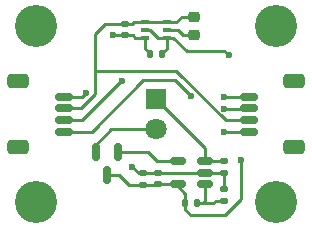
<source format=gtl>
%TF.GenerationSoftware,KiCad,Pcbnew,7.0.10-7.0.10~ubuntu22.04.1*%
%TF.CreationDate,2024-10-01T11:42:26-07:00*%
%TF.ProjectId,radial_16mA,72616469-616c-45f3-9136-6d412e6b6963,rev?*%
%TF.SameCoordinates,Original*%
%TF.FileFunction,Copper,L1,Top*%
%TF.FilePolarity,Positive*%
%FSLAX46Y46*%
G04 Gerber Fmt 4.6, Leading zero omitted, Abs format (unit mm)*
G04 Created by KiCad (PCBNEW 7.0.10-7.0.10~ubuntu22.04.1) date 2024-10-01 11:42:26*
%MOMM*%
%LPD*%
G01*
G04 APERTURE LIST*
G04 Aperture macros list*
%AMRoundRect*
0 Rectangle with rounded corners*
0 $1 Rounding radius*
0 $2 $3 $4 $5 $6 $7 $8 $9 X,Y pos of 4 corners*
0 Add a 4 corners polygon primitive as box body*
4,1,4,$2,$3,$4,$5,$6,$7,$8,$9,$2,$3,0*
0 Add four circle primitives for the rounded corners*
1,1,$1+$1,$2,$3*
1,1,$1+$1,$4,$5*
1,1,$1+$1,$6,$7*
1,1,$1+$1,$8,$9*
0 Add four rect primitives between the rounded corners*
20,1,$1+$1,$2,$3,$4,$5,0*
20,1,$1+$1,$4,$5,$6,$7,0*
20,1,$1+$1,$6,$7,$8,$9,0*
20,1,$1+$1,$8,$9,$2,$3,0*%
G04 Aperture macros list end*
%TA.AperFunction,ComponentPad*%
%ADD10C,3.570000*%
%TD*%
%TA.AperFunction,ComponentPad*%
%ADD11R,1.800000X1.800000*%
%TD*%
%TA.AperFunction,ComponentPad*%
%ADD12C,1.800000*%
%TD*%
%TA.AperFunction,SMDPad,CuDef*%
%ADD13RoundRect,0.150000X-0.625000X0.150000X-0.625000X-0.150000X0.625000X-0.150000X0.625000X0.150000X0*%
%TD*%
%TA.AperFunction,SMDPad,CuDef*%
%ADD14RoundRect,0.250000X-0.650000X0.350000X-0.650000X-0.350000X0.650000X-0.350000X0.650000X0.350000X0*%
%TD*%
%TA.AperFunction,SMDPad,CuDef*%
%ADD15RoundRect,0.150000X0.625000X-0.150000X0.625000X0.150000X-0.625000X0.150000X-0.625000X-0.150000X0*%
%TD*%
%TA.AperFunction,SMDPad,CuDef*%
%ADD16RoundRect,0.250000X0.650000X-0.350000X0.650000X0.350000X-0.650000X0.350000X-0.650000X-0.350000X0*%
%TD*%
%TA.AperFunction,SMDPad,CuDef*%
%ADD17RoundRect,0.135000X-0.185000X0.135000X-0.185000X-0.135000X0.185000X-0.135000X0.185000X0.135000X0*%
%TD*%
%TA.AperFunction,SMDPad,CuDef*%
%ADD18RoundRect,0.150000X0.512500X0.150000X-0.512500X0.150000X-0.512500X-0.150000X0.512500X-0.150000X0*%
%TD*%
%TA.AperFunction,SMDPad,CuDef*%
%ADD19RoundRect,0.140000X0.170000X-0.140000X0.170000X0.140000X-0.170000X0.140000X-0.170000X-0.140000X0*%
%TD*%
%TA.AperFunction,SMDPad,CuDef*%
%ADD20RoundRect,0.135000X0.185000X-0.135000X0.185000X0.135000X-0.185000X0.135000X-0.185000X-0.135000X0*%
%TD*%
%TA.AperFunction,SMDPad,CuDef*%
%ADD21RoundRect,0.218750X-0.256250X0.218750X-0.256250X-0.218750X0.256250X-0.218750X0.256250X0.218750X0*%
%TD*%
%TA.AperFunction,SMDPad,CuDef*%
%ADD22RoundRect,0.135000X-0.135000X-0.185000X0.135000X-0.185000X0.135000X0.185000X-0.135000X0.185000X0*%
%TD*%
%TA.AperFunction,SMDPad,CuDef*%
%ADD23R,0.650000X0.400000*%
%TD*%
%TA.AperFunction,SMDPad,CuDef*%
%ADD24RoundRect,0.150000X-0.150000X0.587500X-0.150000X-0.587500X0.150000X-0.587500X0.150000X0.587500X0*%
%TD*%
%TA.AperFunction,SMDPad,CuDef*%
%ADD25RoundRect,0.140000X-0.140000X-0.170000X0.140000X-0.170000X0.140000X0.170000X-0.140000X0.170000X0*%
%TD*%
%TA.AperFunction,ViaPad*%
%ADD26C,0.600000*%
%TD*%
%TA.AperFunction,Conductor*%
%ADD27C,0.250000*%
%TD*%
G04 APERTURE END LIST*
D10*
%TO.P,M1,~*%
%TO.N,N/C*%
X52540000Y-52540000D03*
%TD*%
%TO.P,M2,~*%
%TO.N,N/C*%
X72860000Y-52540000D03*
%TD*%
%TO.P,M3,~*%
%TO.N,N/C*%
X72860000Y-67460000D03*
%TD*%
%TO.P,M4,~*%
%TO.N,N/C*%
X52540000Y-67460000D03*
%TD*%
D11*
%TO.P,D1,1,K*%
%TO.N,Net-(D1-K)*%
X62700000Y-58730000D03*
D12*
%TO.P,D1,2,A*%
%TO.N,Net-(D1-A)*%
X62700000Y-61270000D03*
%TD*%
D13*
%TO.P,J1,1,Pin_1*%
%TO.N,GND*%
X54880000Y-58500000D03*
%TO.P,J1,2,Pin_2*%
%TO.N,/VIN*%
X54880000Y-59500000D03*
%TO.P,J1,3,Pin_3*%
%TO.N,/SDA*%
X54880000Y-60500000D03*
%TO.P,J1,4,Pin_4*%
%TO.N,/SCL*%
X54880000Y-61500000D03*
D14*
%TO.P,J1,MP*%
%TO.N,N/C*%
X51005000Y-57200000D03*
X51005000Y-62800000D03*
%TD*%
D15*
%TO.P,J2,1,Pin_1*%
%TO.N,GND*%
X70520000Y-61500000D03*
%TO.P,J2,2,Pin_2*%
%TO.N,/VIN*%
X70520000Y-60500000D03*
%TO.P,J2,3,Pin_3*%
%TO.N,/SDA*%
X70520000Y-59500000D03*
%TO.P,J2,4,Pin_4*%
%TO.N,/SCL*%
X70520000Y-58500000D03*
D16*
%TO.P,J2,MP*%
%TO.N,N/C*%
X74395000Y-62800000D03*
X74395000Y-57200000D03*
%TD*%
D17*
%TO.P,R1,1*%
%TO.N,Net-(D1-K)*%
X68427600Y-63982600D03*
%TO.P,R1,2*%
%TO.N,GND*%
X68427600Y-65002600D03*
%TD*%
D18*
%TO.P,U2,1,+*%
%TO.N,/Vset*%
X66795200Y-65881000D03*
%TO.P,U2,2,V-*%
%TO.N,GND*%
X66795200Y-64931000D03*
%TO.P,U2,3,-*%
%TO.N,Net-(D1-K)*%
X66795200Y-63981000D03*
%TO.P,U2,4*%
%TO.N,Net-(Q1-B)*%
X64520200Y-63981000D03*
%TO.P,U2,5,V+*%
%TO.N,/5V*%
X64520200Y-65881000D03*
%TD*%
D19*
%TO.P,C3,1*%
%TO.N,/5V*%
X62845200Y-65936000D03*
%TO.P,C3,2*%
%TO.N,GND*%
X62845200Y-64976000D03*
%TD*%
D20*
%TO.P,R3,1*%
%TO.N,/Vset*%
X68427600Y-67360800D03*
%TO.P,R3,2*%
%TO.N,GND*%
X68427600Y-66340800D03*
%TD*%
D21*
%TO.P,L1,1,1*%
%TO.N,/VIN*%
X65862200Y-51739700D03*
%TO.P,L1,2,2*%
%TO.N,/VL*%
X65862200Y-53314700D03*
%TD*%
D22*
%TO.P,R2,1*%
%TO.N,/5V*%
X65150200Y-67481000D03*
%TO.P,R2,2*%
%TO.N,/Vset*%
X66170200Y-67481000D03*
%TD*%
D19*
%TO.P,C1,1*%
%TO.N,GND*%
X60071000Y-53312000D03*
%TO.P,C1,2*%
%TO.N,/VIN*%
X60071000Y-52352000D03*
%TD*%
D23*
%TO.P,U1,1,VIN*%
%TO.N,/VIN*%
X61727000Y-52197000D03*
%TO.P,U1,2,FB*%
%TO.N,/5V*%
X61727000Y-52847000D03*
%TO.P,U1,3,GND*%
%TO.N,GND*%
X61727000Y-53497000D03*
%TO.P,U1,4,VOUT*%
%TO.N,/5V*%
X63627000Y-53497000D03*
%TO.P,U1,5,L*%
%TO.N,/VL*%
X63627000Y-52847000D03*
%TO.P,U1,6,EN*%
%TO.N,/VIN*%
X63627000Y-52197000D03*
%TD*%
D19*
%TO.P,C4,1*%
%TO.N,/5V*%
X61620200Y-65941000D03*
%TO.P,C4,2*%
%TO.N,GND*%
X61620200Y-64981000D03*
%TD*%
D24*
%TO.P,Q1,1,B*%
%TO.N,Net-(Q1-B)*%
X59500000Y-63225000D03*
%TO.P,Q1,2,E*%
%TO.N,Net-(D1-A)*%
X57600000Y-63225000D03*
%TO.P,Q1,3,C*%
%TO.N,/5V*%
X58550000Y-65100000D03*
%TD*%
D25*
%TO.P,C2,1*%
%TO.N,GND*%
X62209800Y-54864000D03*
%TO.P,C2,2*%
%TO.N,/5V*%
X63169800Y-54864000D03*
%TD*%
D26*
%TO.N,GND*%
X60680600Y-64439800D03*
X56718200Y-58166000D03*
X59080400Y-53314600D03*
X68453000Y-61493400D03*
%TO.N,/SCL*%
X68453000Y-58490000D03*
X65659000Y-58470800D03*
%TO.N,/SDA*%
X59791600Y-57200800D03*
X68472931Y-59517669D03*
%TO.N,/5V*%
X69900800Y-63881000D03*
X68830000Y-54990000D03*
%TD*%
D27*
%TO.N,GND*%
X61221800Y-64981000D02*
X60680600Y-64439800D01*
X68427600Y-65002600D02*
X68427600Y-66340800D01*
X60071000Y-53312000D02*
X60703400Y-53312000D01*
X60703400Y-53312000D02*
X60888400Y-53497000D01*
X62845200Y-64976000D02*
X61625200Y-64976000D01*
X68427600Y-65002600D02*
X67949000Y-65002600D01*
X70313400Y-61493400D02*
X70320000Y-61500000D01*
X62845200Y-64976000D02*
X63945200Y-64976000D01*
X67949000Y-65002600D02*
X67877400Y-64931000D01*
X68453000Y-61493400D02*
X70413400Y-61493400D01*
X59083000Y-53312000D02*
X59080400Y-53314600D01*
X56384200Y-58500000D02*
X54980000Y-58500000D01*
X70413400Y-61493400D02*
X70420000Y-61500000D01*
X56384200Y-58500000D02*
X56718200Y-58166000D01*
X70768400Y-61493400D02*
X70775000Y-61500000D01*
X70363400Y-61493400D02*
X70370000Y-61500000D01*
X61727000Y-54381200D02*
X62209800Y-54864000D01*
X61620200Y-64981000D02*
X61221800Y-64981000D01*
X66750200Y-64976000D02*
X66795200Y-64931000D01*
X60888400Y-53497000D02*
X61727000Y-53497000D01*
X67877400Y-64931000D02*
X66795200Y-64931000D01*
X60071000Y-53312000D02*
X59083000Y-53312000D01*
X61727000Y-53497000D02*
X61727000Y-54381200D01*
X63945200Y-64976000D02*
X66750200Y-64976000D01*
X61625200Y-64976000D02*
X61620200Y-64981000D01*
%TO.N,/VIN*%
X60652600Y-52352000D02*
X60807600Y-52197000D01*
X60071000Y-52352000D02*
X60652600Y-52352000D01*
X57556400Y-53162200D02*
X58366600Y-52352000D01*
X56324000Y-59500000D02*
X57556400Y-58267600D01*
X64871700Y-51739700D02*
X65862200Y-51739700D01*
X64414400Y-52197000D02*
X64871700Y-51739700D01*
X57556400Y-56337200D02*
X57556400Y-53162200D01*
X57566100Y-56327500D02*
X64399584Y-56327500D01*
X57556400Y-58267600D02*
X57556400Y-56337200D01*
X63627000Y-52197000D02*
X64414400Y-52197000D01*
X57556400Y-56337200D02*
X57566100Y-56327500D01*
X56324000Y-59500000D02*
X54980000Y-59500000D01*
X58366600Y-52352000D02*
X60071000Y-52352000D01*
X64399584Y-56327500D02*
X68572084Y-60500000D01*
X68572084Y-60500000D02*
X70420000Y-60500000D01*
X61727000Y-52197000D02*
X63627000Y-52197000D01*
X60807600Y-52197000D02*
X61727000Y-52197000D01*
%TO.N,/VL*%
X64531000Y-52847000D02*
X63627000Y-52847000D01*
X65862200Y-53314700D02*
X64998700Y-53314700D01*
X64998700Y-53314700D02*
X64531000Y-52847000D01*
%TO.N,/SCL*%
X57240000Y-61500000D02*
X54980000Y-61500000D01*
X61620000Y-57120000D02*
X57240000Y-61500000D01*
X68453000Y-58490000D02*
X70410000Y-58490000D01*
X70360000Y-58490000D02*
X70370000Y-58500000D01*
X70410000Y-58490000D02*
X70420000Y-58500000D01*
X65659000Y-58470800D02*
X64308200Y-57120000D01*
X70310000Y-58490000D02*
X70320000Y-58500000D01*
X64308200Y-57120000D02*
X61620000Y-57120000D01*
%TO.N,/SDA*%
X59791600Y-57200800D02*
X59740800Y-57200800D01*
X68472931Y-59517669D02*
X70402331Y-59517669D01*
X68472931Y-59517669D02*
X68490600Y-59500000D01*
X70402331Y-59517669D02*
X70420000Y-59500000D01*
X59740800Y-57200800D02*
X56441600Y-60500000D01*
X56441600Y-60500000D02*
X54980000Y-60500000D01*
X68472931Y-59517669D02*
X68455262Y-59500000D01*
X70352331Y-59517669D02*
X70370000Y-59500000D01*
%TO.N,/5V*%
X63627000Y-54406800D02*
X63169800Y-54864000D01*
X64520200Y-65881000D02*
X64520200Y-66081000D01*
X62840200Y-65941000D02*
X62845200Y-65936000D01*
X63545200Y-65936000D02*
X64465200Y-65936000D01*
X61620200Y-65941000D02*
X60403800Y-65941000D01*
X65608200Y-68554600D02*
X65150200Y-68096600D01*
X58550000Y-65100000D02*
X58550000Y-65585800D01*
X62845200Y-65936000D02*
X63545200Y-65936000D01*
X61727000Y-52847000D02*
X62194200Y-52847000D01*
X68554600Y-68529200D02*
X65633600Y-68529200D01*
X65150200Y-66711000D02*
X65150200Y-67481000D01*
X68475400Y-54635400D02*
X68830000Y-54990000D01*
X63627000Y-53497000D02*
X64139600Y-53497000D01*
X65278000Y-54635400D02*
X68475400Y-54635400D01*
X62194200Y-52847000D02*
X62844200Y-53497000D01*
X64520200Y-66081000D02*
X65150200Y-66711000D01*
X61620200Y-65941000D02*
X62840200Y-65941000D01*
X59562800Y-65100000D02*
X58550000Y-65100000D01*
X65633600Y-68529200D02*
X65608200Y-68554600D01*
X63627000Y-53497000D02*
X63627000Y-54406800D01*
X64139600Y-53497000D02*
X65278000Y-54635400D01*
X69900800Y-67183000D02*
X68554600Y-68529200D01*
X60403800Y-65941000D02*
X59562800Y-65100000D01*
X69900800Y-63881000D02*
X69900800Y-67183000D01*
X62844200Y-53497000D02*
X63627000Y-53497000D01*
X65150200Y-68096600D02*
X65150200Y-67481000D01*
X64465200Y-65936000D02*
X64520200Y-65881000D01*
%TO.N,Net-(D1-K)*%
X68426000Y-63981000D02*
X68427600Y-63982600D01*
X66795200Y-63981000D02*
X66795200Y-62825200D01*
X66795200Y-62825200D02*
X62700000Y-58730000D01*
X62700000Y-58730000D02*
X63020000Y-58730000D01*
X66795200Y-63981000D02*
X68426000Y-63981000D01*
%TO.N,Net-(D1-A)*%
X57600000Y-62560000D02*
X58890000Y-61270000D01*
X57600000Y-63225000D02*
X57600000Y-62560000D01*
X58890000Y-61270000D02*
X62700000Y-61270000D01*
%TO.N,Net-(Q1-B)*%
X62005800Y-63225000D02*
X59500000Y-63225000D01*
X59545000Y-63180000D02*
X59500000Y-63225000D01*
X64520200Y-63981000D02*
X62761800Y-63981000D01*
X62761800Y-63981000D02*
X62005800Y-63225000D01*
%TO.N,/Vset*%
X66795200Y-67346000D02*
X66660200Y-67481000D01*
X67716400Y-67360800D02*
X68427600Y-67360800D01*
X66795200Y-65881000D02*
X66795200Y-67196000D01*
X66522600Y-67481000D02*
X67596200Y-67481000D01*
X66522600Y-67481000D02*
X66170200Y-67481000D01*
X66795200Y-67196000D02*
X66795200Y-67346000D01*
X66660200Y-67481000D02*
X66522600Y-67481000D01*
X67596200Y-67481000D02*
X67716400Y-67360800D01*
%TD*%
M02*

</source>
